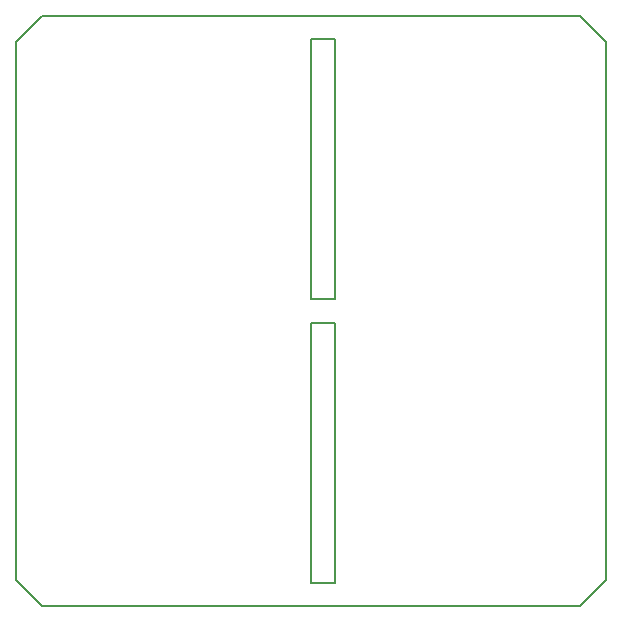
<source format=gbr>
G04 #@! TF.GenerationSoftware,KiCad,Pcbnew,5.0.2-bee76a0~70~ubuntu18.04.1*
G04 #@! TF.CreationDate,2019-06-01T14:58:20+09:00*
G04 #@! TF.ProjectId,top_pcb,746f705f-7063-4622-9e6b-696361645f70,rev?*
G04 #@! TF.SameCoordinates,Original*
G04 #@! TF.FileFunction,Profile,NP*
%FSLAX46Y46*%
G04 Gerber Fmt 4.6, Leading zero omitted, Abs format (unit mm)*
G04 Created by KiCad (PCBNEW 5.0.2-bee76a0~70~ubuntu18.04.1) date 2019年06月01日 14時58分20秒*
%MOMM*%
%LPD*%
G01*
G04 APERTURE LIST*
%ADD10C,0.200000*%
%ADD11C,0.150000*%
G04 #@! TA.AperFunction,NonConductor*
%ADD12C,0.150000*%
G04 #@! TD*
G04 APERTURE END LIST*
D10*
X150000000Y-52200000D02*
X150000000Y-97800000D01*
D11*
X102200000Y-50000000D02*
X100000000Y-52200000D01*
X100000000Y-97800000D02*
X100000000Y-52200000D01*
X102200000Y-100000000D02*
X100000000Y-97800000D01*
X147800000Y-100000000D02*
X102200000Y-100000000D01*
X150000000Y-97800000D02*
X147800000Y-100000000D01*
X147800000Y-50000000D02*
X150000000Y-52200000D01*
X102200000Y-50000000D02*
X147800000Y-50000000D01*
D12*
G04 #@! TO.C,CUTREF1*
X125000000Y-74000000D02*
X127000000Y-74000000D01*
X125000000Y-52000000D02*
X125000000Y-74000000D01*
X127000000Y-52000000D02*
X125000000Y-52000000D01*
X127000000Y-74000000D02*
X127000000Y-52000000D01*
G04 #@! TO.C,CUTREF2*
X125000000Y-98000000D02*
X127000000Y-98000000D01*
X125000000Y-76000000D02*
X125000000Y-98000000D01*
X127000000Y-76000000D02*
X125000000Y-76000000D01*
X127000000Y-98000000D02*
X127000000Y-76000000D01*
G04 #@! TD*
M02*

</source>
